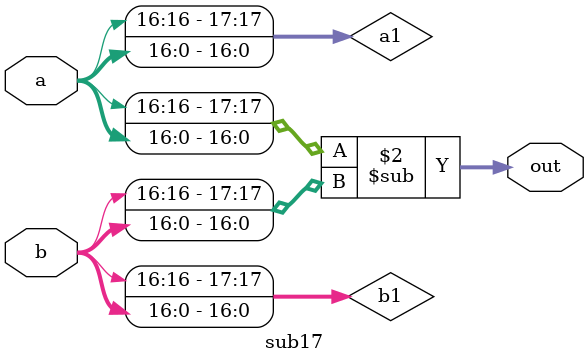
<source format=v>
`timescale 1ns / 1ps


module sub17(a,b,out); 
input[16:0] a,b; 
output[17:0] out; 
reg[17:0] out; 
wire[17:0] a1={a[16],a[16:0]}; 
wire[17:0] b1={b[16],b[16:0]}; 
always @(a1 or b1) 
begin 
 out = a1-b1; 
end
endmodule

</source>
